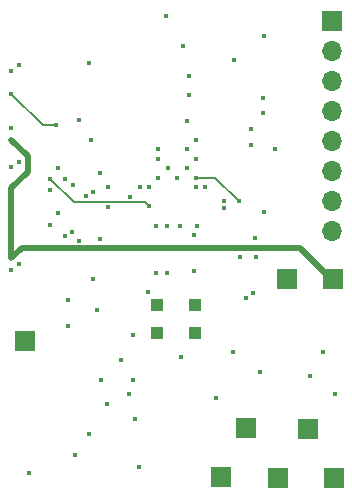
<source format=gbr>
G04 #@! TF.GenerationSoftware,KiCad,Pcbnew,(5.1.0)-1*
G04 #@! TF.CreationDate,2019-07-08T11:08:24-07:00*
G04 #@! TF.ProjectId,MiniScope_V4,4d696e69-5363-46f7-9065-5f56342e6b69,rev?*
G04 #@! TF.SameCoordinates,Original*
G04 #@! TF.FileFunction,Copper,L4,Inr*
G04 #@! TF.FilePolarity,Positive*
%FSLAX46Y46*%
G04 Gerber Fmt 4.6, Leading zero omitted, Abs format (unit mm)*
G04 Created by KiCad (PCBNEW (5.1.0)-1) date 2019-07-08 11:08:24*
%MOMM*%
%LPD*%
G04 APERTURE LIST*
%ADD10R,1.700000X1.700000*%
%ADD11O,1.700000X1.700000*%
%ADD12R,1.000000X1.000000*%
%ADD13C,0.450000*%
%ADD14C,0.508000*%
%ADD15C,0.152400*%
G04 APERTURE END LIST*
D10*
X153000000Y-126450000D03*
X155220000Y-130640000D03*
X150450000Y-130640000D03*
X145630000Y-130590000D03*
X151210000Y-113810000D03*
X155130000Y-113830000D03*
X147780000Y-126440000D03*
X129080000Y-119000000D03*
D11*
X155041600Y-109753400D03*
X155041600Y-107213400D03*
X155041600Y-104673400D03*
X155041600Y-102133400D03*
X155041600Y-99593400D03*
X155041600Y-97053400D03*
X155041600Y-94513400D03*
D10*
X155041600Y-91973400D03*
D12*
X140218160Y-115966240D03*
X143423640Y-115966240D03*
X143410000Y-118350000D03*
X140228320Y-118364000D03*
D13*
X128498600Y-95707200D03*
X127889000Y-113004600D03*
X137185400Y-120650000D03*
X149271920Y-93211720D03*
X129415600Y-130187640D03*
X141005560Y-91485720D03*
X142722600Y-102819200D03*
X134482840Y-95478600D03*
X153136600Y-122016520D03*
X148918810Y-121621670D03*
X148595080Y-111963200D03*
X143383000Y-113106200D03*
X149204680Y-98480880D03*
X133248400Y-128663474D03*
X138658600Y-129692400D03*
X132664200Y-117805200D03*
X149301200Y-108077000D03*
X142965600Y-96581800D03*
X146735802Y-95250000D03*
X148191059Y-102418041D03*
X141935200Y-105232200D03*
X145897600Y-107162600D03*
X140339996Y-103620000D03*
X145250000Y-123860000D03*
X155300000Y-123530000D03*
X128499600Y-103840610D03*
X127889000Y-101015797D03*
X134482840Y-126918720D03*
X138170920Y-122367040D03*
X142448280Y-94020640D03*
X138170919Y-118516400D03*
X146613880Y-119959120D03*
X128498600Y-112522000D03*
X127889000Y-104317800D03*
X127889000Y-96189802D03*
X154279600Y-119928640D03*
X135463280Y-122321320D03*
X135168640Y-116443760D03*
X132684520Y-115529360D03*
X143377920Y-110042960D03*
X148176919Y-101058041D03*
X141122400Y-104419400D03*
X142722600Y-100380800D03*
X139522200Y-106019604D03*
X150241000Y-102781100D03*
X143520000Y-103620000D03*
X140335300Y-102806504D03*
X127890000Y-112050000D03*
X127889000Y-101981000D03*
X143510000Y-105219500D03*
X147142200Y-107213400D03*
X147235080Y-111961760D03*
X149204680Y-99766120D03*
X148513800Y-110312200D03*
X143550640Y-102001320D03*
X142722600Y-104419400D03*
X142951200Y-98221800D03*
X140320000Y-105230002D03*
X134823200Y-106420920D03*
X134823202Y-113807240D03*
X135976360Y-124338080D03*
X137922000Y-106807000D03*
X143520000Y-106020000D03*
X139450000Y-114880000D03*
X144320000Y-106020000D03*
X142160000Y-109280000D03*
X140131812Y-109296200D03*
X140167360Y-113294160D03*
X141030960Y-113314480D03*
X141030000Y-109270000D03*
X137820400Y-123489720D03*
X138734800Y-106019600D03*
X138367601Y-125603000D03*
X145872200Y-107817922D03*
X131190000Y-109220000D03*
X131190000Y-106260000D03*
X136070000Y-106020000D03*
X136070000Y-107690000D03*
X131631563Y-100763197D03*
X127889000Y-98120200D03*
X134220000Y-106750000D03*
X134641807Y-102023611D03*
X133640000Y-100350000D03*
X133650000Y-110602100D03*
X133060000Y-109800000D03*
X133070000Y-105790000D03*
X139520000Y-107620000D03*
X131140000Y-105290000D03*
X132410000Y-105300000D03*
X132410000Y-110110000D03*
X131800000Y-104400000D03*
X131800000Y-108180000D03*
X135420000Y-104810000D03*
X135420000Y-110409999D03*
X147750000Y-115360000D03*
X148350000Y-114960000D03*
X143570000Y-109260000D03*
X142220000Y-120370000D03*
D14*
X129320000Y-103412000D02*
X127889000Y-101981000D01*
X129320000Y-104690000D02*
X129320000Y-103412000D01*
X127890000Y-112050000D02*
X127890000Y-106120000D01*
X127890000Y-106120000D02*
X129320000Y-104690000D01*
X154990000Y-113830000D02*
X155130000Y-113830000D01*
X152330000Y-111170000D02*
X154990000Y-113830000D01*
X127890000Y-112050000D02*
X128770000Y-111170000D01*
X128770000Y-111170000D02*
X152330000Y-111170000D01*
D15*
X143828198Y-105219500D02*
X143510000Y-105219500D01*
X145148300Y-105219500D02*
X143828198Y-105219500D01*
X147142200Y-107213400D02*
X145148300Y-105219500D01*
X130531997Y-100763197D02*
X127889000Y-98120200D01*
X131631563Y-100763197D02*
X130531997Y-100763197D01*
X133149899Y-107299899D02*
X131140000Y-105290000D01*
X139520000Y-107620000D02*
X139199899Y-107299899D01*
X139199899Y-107299899D02*
X133149899Y-107299899D01*
M02*

</source>
